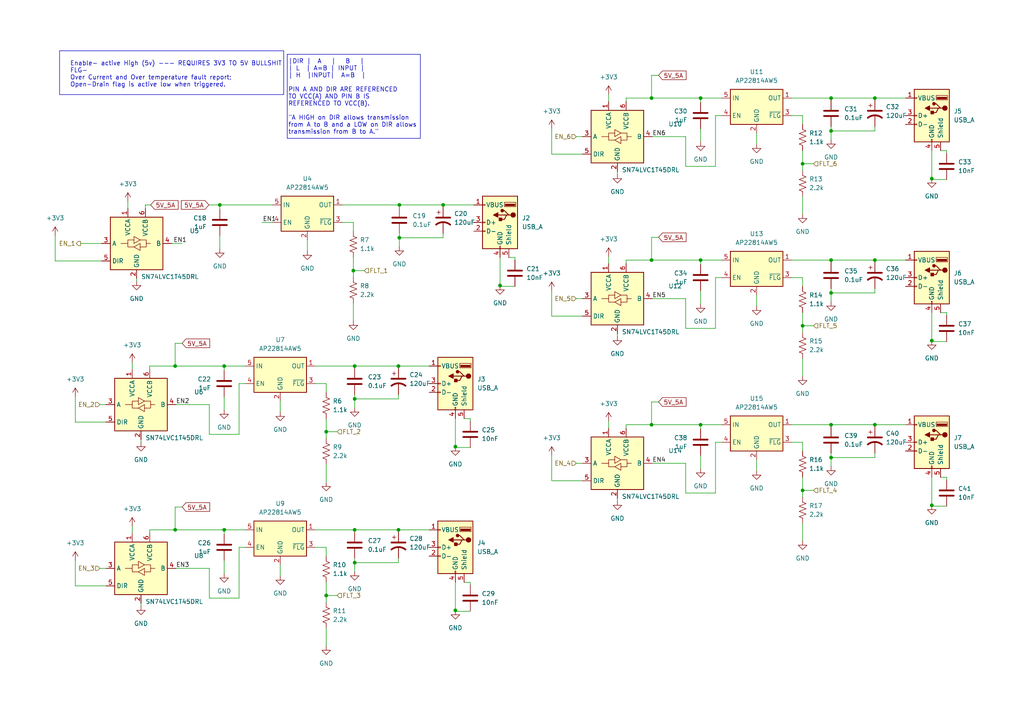
<source format=kicad_sch>
(kicad_sch (version 20230121) (generator eeschema)
  (paper "A4")
  (lib_symbols
    (symbol "Connector:USB_A" (pin_names (offset 1.016))
      (property "Reference" "J" (at -5.08 11.43 0))
      (property "Value" "USB_A" (at -5.08 8.89 0))
      (symbol "USB_A_0_1"
        (rectangle (start -5.08 -7.62) (end 5.08 7.62) (stroke (width 0.254)) (fill (type background)))
        (circle (center -3.81 2.159) (radius 0.635) (stroke (width 0.254)) (fill (type outline)))
        (rectangle (start -1.524 4.826) (end -4.318 5.334) (fill (type outline)))
        (rectangle (start -1.27 4.572) (end -4.572 5.842))
        (circle (center -0.635 3.429) (radius 0.381) (stroke (width 0.254)) (fill (type outline)))
        (rectangle (start -0.127 -7.62) (end 0.127 -6.858))
        (polyline (pts (xy -3.175 2.159) (xy -2.54 2.159) (xy -1.27 3.429) (xy -0.635 3.429)) (stroke (width 0.254)))
        (polyline (pts (xy -2.54 2.159) (xy -1.905 2.159) (xy -1.27 0.889) (xy 0 0.889)) (stroke (width 0.254)))
        (polyline (pts (xy 0.635 2.794) (xy 0.635 1.524) (xy 1.905 2.159) (xy 0.635 2.794)) (stroke (width 0.254)) (fill (type outline)))
        (rectangle (start 0.254 1.27) (end -0.508 0.508) (stroke (width 0.254)) (fill (type outline)))
        (rectangle (start 5.08 -2.667) (end 4.318 -2.413))
        (rectangle (start 5.08 -0.127) (end 4.318 0.127))
        (rectangle (start 5.08 4.953) (end 4.318 5.207))
      )
      (symbol "USB_A_1_1"
        (polyline (pts (xy -1.905 2.159) (xy 0.635 2.159)) (stroke (width 0.254)))
        (pin power_in line (at 7.62 5.08 180) (length 2.54) (name "VBUS") (number "1"))
        (pin bidirectional line (at 7.62 -2.54 180) (length 2.54) (name "D-") (number "2"))
        (pin bidirectional line (at 7.62 0 180) (length 2.54) (name "D+") (number "3"))
        (pin power_in line (at 0 -10.16 90) (length 2.54) (name "GND") (number "4"))
        (pin passive line (at -2.54 -10.16 90) (length 2.54) (name "Shield") (number "5"))
      )
    )
    (symbol "Device:C" (pin_numbers hide) (pin_names (offset 0.254))
      (property "Reference" "C" (at 0.635 2.54 0))
      (property "Value" "C" (at 0.635 -2.54 0))
      (symbol "C_0_1"
        (polyline (pts (xy -2.032 -0.762) (xy 2.032 -0.762)) (stroke (width 0.508)))
        (polyline (pts (xy -2.032 0.762) (xy 2.032 0.762)) (stroke (width 0.508)))
      )
      (symbol "C_1_1"
        (pin passive line (at 0 3.81 270) (length 2.794) (name "~") (number "1"))
        (pin passive line (at 0 -3.81 90) (length 2.794) (name "~") (number "2"))
      )
    )
    (symbol "Device:C_Polarized_US" (pin_numbers hide) (pin_names (offset 0.254) hide)
      (property "Reference" "C" (at 0.635 2.54 0))
      (property "Value" "C_Polarized_US" (at 0.635 -2.54 0))
      (symbol "C_Polarized_US_0_1"
        (polyline (pts (xy -2.032 0.762) (xy 2.032 0.762)) (stroke (width 0.508)))
        (polyline (pts (xy -1.778 2.286) (xy -0.762 2.286)))
        (polyline (pts (xy -1.27 1.778) (xy -1.27 2.794)))
        (arc (start 2.032 -1.27) (mid 0 -0.5572) (end -2.032 -1.27) (stroke (width 0.508)))
      )
      (symbol "C_Polarized_US_1_1"
        (pin passive line (at 0 3.81 270) (length 2.794) (name "~") (number "1"))
        (pin passive line (at 0 -3.81 90) (length 3.302) (name "~") (number "2"))
      )
    )
    (symbol "Device:R_US" (pin_numbers hide) (pin_names (offset 0))
      (property "Reference" "R" (at 2.54 0 90))
      (property "Value" "R_US" (at -2.54 0 90))
      (symbol "R_US_0_1"
        (polyline (pts (xy 0 -2.286) (xy 0 -2.54)))
        (polyline (pts (xy 0 2.286) (xy 0 2.54)))
        (polyline (pts (xy 0 -0.762) (xy 1.016 -1.143) (xy 0 -1.524) (xy -1.016 -1.905) (xy 0 -2.286)))
        (polyline (pts (xy 0 0.762) (xy 1.016 0.381) (xy 0 0) (xy -1.016 -0.381) (xy 0 -0.762)))
        (polyline (pts (xy 0 2.286) (xy 1.016 1.905) (xy 0 1.524) (xy -1.016 1.143) (xy 0 0.762)))
      )
      (symbol "R_US_1_1"
        (pin passive line (at 0 3.81 270) (length 1.27) (name "~") (number "1"))
        (pin passive line (at 0 -3.81 90) (length 1.27) (name "~") (number "2"))
      )
    )
    (symbol "Logic_LevelTranslator:SN74LVC1T45DRL"
      (property "Reference" "U" (at -6.35 8.89 0))
      (property "Value" "SN74LVC1T45DRL" (at 3.81 8.89 0))
      (symbol "SN74LVC1T45DRL_0_1"
        (rectangle (start -7.62 7.62) (end 7.62 -7.62) (stroke (width 0.254)) (fill (type background)))
        (polyline (pts (xy -2.54 0) (xy -2.54 1.016) (xy -0.762 1.016)))
        (polyline (pts (xy 2.794 0) (xy 2.794 -1.016) (xy 1.016 -1.016)))
        (polyline (pts (xy -0.762 -1.016) (xy -2.54 -1.016) (xy -2.54 0) (xy -4.572 0)))
        (polyline (pts (xy -0.762 0) (xy -0.762 2.032) (xy 1.016 1.016) (xy -0.762 0)))
        (polyline (pts (xy 1.016 1.016) (xy 2.794 1.016) (xy 2.794 0) (xy 4.064 0)))
        (polyline (pts (xy 1.016 0) (xy 1.016 -1.778) (xy 1.016 -2.032) (xy -0.762 -1.016) (xy 1.016 0)))
      )
      (symbol "SN74LVC1T45DRL_1_1"
        (pin power_in line (at -2.54 10.16 270) (length 2.54) (name "VCCA") (number "1"))
        (pin power_in line (at 0 -10.16 90) (length 2.54) (name "GND") (number "2"))
        (pin bidirectional line (at -10.16 0 0) (length 2.54) (name "A") (number "3"))
        (pin bidirectional line (at 10.16 0 180) (length 2.54) (name "B") (number "4"))
        (pin input line (at -10.16 -5.08 0) (length 2.54) (name "DIR") (number "5"))
        (pin power_in line (at 2.54 10.16 270) (length 2.54) (name "VCCB") (number "6"))
      )
    )
    (symbol "Power_Management:AP22814AW5"
      (property "Reference" "U" (at -7.62 -6.35 0))
      (property "Value" "AP22814AW5" (at -7.62 6.35 0))
      (symbol "AP22814AW5_0_1"
        (rectangle (start -7.62 5.08) (end 7.62 -5.08) (stroke (width 0.254)) (fill (type background)))
      )
      (symbol "AP22814AW5_1_1"
        (pin power_out line (at 10.16 2.54 180) (length 2.54) (name "OUT") (number "1"))
        (pin power_in line (at 0 -7.62 90) (length 2.54) (name "GND") (number "2"))
        (pin open_collector line (at 10.16 -2.54 180) (length 2.54) (name "~{FLG}") (number "3"))
        (pin input line (at -10.16 -2.54 0) (length 2.54) (name "EN") (number "4"))
        (pin power_in line (at -10.16 2.54 0) (length 2.54) (name "IN") (number "5"))
      )
    )
    (symbol "power:+3V3" (power) (pin_names (offset 0))
      (property "Value" "+3V3" (at 0 3.556 0))
      (symbol "+3V3_0_1"
        (polyline (pts (xy -0.762 1.27) (xy 0 2.54)))
        (polyline (pts (xy 0 0) (xy 0 2.54)))
        (polyline (pts (xy 0 2.54) (xy 0.762 1.27)))
      )
      (symbol "+3V3_1_1"
        (pin power_in line (at 0 0 90) (length 0) hide (name "+3V3") (number "1"))
      )
    )
    (symbol "power:GND" (power) (pin_names (offset 0))
      (property "Value" "GND" (at 0 -3.81 0))
      (symbol "GND_0_1"
        (polyline (pts (xy 0 0) (xy 0 -1.27) (xy 1.27 -1.27) (xy 0 -2.54) (xy -1.27 -1.27) (xy 0 -1.27)))
      )
      (symbol "GND_1_1"
        (pin power_in line (at 0 0 270) (length 0) hide (name "GND") (number "1"))
      )
    )
  )
  (junction (at 203.2 123.19))
  (junction (at 102.489 78.486))
  (junction (at 102.87 115.697))
  (junction (at 241.046 132.715))
  (junction (at 232.791 94.488))
  (junction (at 270.256 98.806))
  (junction (at 232.791 47.498))
  (junction (at 232.791 142.24))
  (junction (at 115.57 153.67))
  (junction (at 241.046 123.19))
  (junction (at 241.046 84.963))
  (junction (at 65.024 106.172))
  (junction (at 115.824 59.436))
  (junction (at 270.256 51.816))
  (junction (at 241.046 75.438))
  (junction (at 102.87 106.172))
  (junction (at 188.976 75.438))
  (junction (at 94.615 172.72))
  (junction (at 94.615 125.222))
  (junction (at 203.2 75.438))
  (junction (at 65.024 153.67))
  (junction (at 145.034 82.804))
  (junction (at 128.524 59.436))
  (junction (at 132.08 129.54))
  (junction (at 50.8 106.172))
  (junction (at 115.824 68.961))
  (junction (at 115.57 106.172))
  (junction (at 203.2 28.448))
  (junction (at 132.08 177.038))
  (junction (at 253.746 28.448))
  (junction (at 102.87 153.67))
  (junction (at 241.046 37.973))
  (junction (at 50.8 153.67))
  (junction (at 188.976 28.448))
  (junction (at 188.976 123.19))
  (junction (at 253.746 75.438))
  (junction (at 63.754 59.436))
  (junction (at 241.046 28.448))
  (junction (at 270.256 146.558))
  (junction (at 102.87 163.195))
  (junction (at 253.746 123.19))
  (wire (pts (xy 91.44 153.67) (xy 102.87 153.67)))
  (wire (pts (xy 168.91 91.694) (xy 160.02 91.694)))
  (wire (pts (xy 253.746 76.073) (xy 253.746 75.438)))
  (wire (pts (xy 115.824 59.436) (xy 115.824 60.071)))
  (wire (pts (xy 65.024 106.172) (xy 71.12 106.172)))
  (wire (pts (xy 241.046 84.963) (xy 253.746 84.963)))
  (wire (pts (xy 241.046 84.963) (xy 241.046 87.503)))
  (wire (pts (xy 229.616 75.438) (xy 241.046 75.438)))
  (wire (pts (xy 209.296 33.528) (xy 207.518 33.528)))
  (wire (pts (xy 136.398 168.91) (xy 136.398 169.672)))
  (wire (pts (xy 147.574 74.676) (xy 149.352 74.676)))
  (wire (pts (xy 274.574 52.07) (xy 270.256 52.07)))
  (wire (pts (xy 209.296 128.27) (xy 207.518 128.27)))
  (wire (pts (xy 241.046 132.715) (xy 253.746 132.715)))
  (wire (pts (xy 181.61 29.464) (xy 181.61 28.448)))
  (wire (pts (xy 207.518 48.26) (xy 198.882 48.26)))
  (wire (pts (xy 270.256 90.678) (xy 270.256 98.806)))
  (wire (pts (xy 65.024 115.062) (xy 65.024 118.872)))
  (wire (pts (xy 241.046 37.973) (xy 241.046 40.513)))
  (wire (pts (xy 241.046 37.973) (xy 253.746 37.973)))
  (wire (pts (xy 219.456 38.608) (xy 219.456 41.783)))
  (wire (pts (xy 207.518 143.002) (xy 198.882 143.002)))
  (wire (pts (xy 69.342 125.984) (xy 60.706 125.984)))
  (wire (pts (xy 272.796 138.43) (xy 274.574 138.43)))
  (wire (pts (xy 203.2 75.438) (xy 203.2 76.708)))
  (wire (pts (xy 60.706 164.846) (xy 51.054 164.846)))
  (wire (pts (xy 16.002 68.326) (xy 16.002 75.692)))
  (wire (pts (xy 91.44 111.252) (xy 94.615 111.252)))
  (wire (pts (xy 21.844 115.062) (xy 21.844 122.428)))
  (wire (pts (xy 241.046 132.715) (xy 241.046 135.255)))
  (wire (pts (xy 52.832 99.568) (xy 50.8 99.568)))
  (wire (pts (xy 181.61 76.454) (xy 181.61 75.438)))
  (wire (pts (xy 102.87 163.195) (xy 115.57 163.195)))
  (wire (pts (xy 232.791 90.678) (xy 232.791 94.488)))
  (wire (pts (xy 179.07 96.774) (xy 179.07 97.536)))
  (wire (pts (xy 102.489 78.486) (xy 102.489 80.391)))
  (wire (pts (xy 132.08 129.794) (xy 132.08 129.54)))
  (wire (pts (xy 94.615 125.222) (xy 97.79 125.222)))
  (wire (pts (xy 65.024 153.67) (xy 71.12 153.67)))
  (wire (pts (xy 241.046 36.703) (xy 241.046 37.973)))
  (wire (pts (xy 63.754 59.436) (xy 63.754 60.706)))
  (wire (pts (xy 168.91 139.446) (xy 160.02 139.446)))
  (wire (pts (xy 42.164 60.452) (xy 42.164 59.436)))
  (wire (pts (xy 115.824 67.691) (xy 115.824 68.961)))
  (wire (pts (xy 50.8 153.67) (xy 61.722 153.67)))
  (wire (pts (xy 191.008 116.586) (xy 188.976 116.586)))
  (wire (pts (xy 21.844 162.56) (xy 21.844 169.926)))
  (wire (pts (xy 71.12 111.252) (xy 69.342 111.252)))
  (wire (pts (xy 52.832 147.066) (xy 50.8 147.066)))
  (wire (pts (xy 94.615 158.75) (xy 94.615 161.29)))
  (wire (pts (xy 91.44 158.75) (xy 94.615 158.75)))
  (wire (pts (xy 160.02 37.338) (xy 160.02 44.704)))
  (wire (pts (xy 50.8 147.066) (xy 50.8 153.67)))
  (wire (pts (xy 270.256 99.06) (xy 270.256 98.806)))
  (wire (pts (xy 160.02 84.328) (xy 160.02 91.694)))
  (wire (pts (xy 30.734 122.428) (xy 21.844 122.428)))
  (wire (pts (xy 102.489 64.516) (xy 102.489 67.056)))
  (wire (pts (xy 203.2 132.08) (xy 203.2 135.89)))
  (wire (pts (xy 181.61 75.438) (xy 188.976 75.438)))
  (wire (pts (xy 29.464 75.692) (xy 16.002 75.692)))
  (wire (pts (xy 232.791 104.013) (xy 232.791 109.093)))
  (wire (pts (xy 94.615 121.412) (xy 94.615 125.222)))
  (wire (pts (xy 272.796 90.678) (xy 274.574 90.678)))
  (wire (pts (xy 65.024 153.67) (xy 65.024 154.94)))
  (wire (pts (xy 69.342 173.482) (xy 60.706 173.482)))
  (wire (pts (xy 272.796 43.688) (xy 274.574 43.688)))
  (wire (pts (xy 270.256 52.07) (xy 270.256 51.816)))
  (wire (pts (xy 94.615 134.747) (xy 94.615 139.827)))
  (wire (pts (xy 60.706 117.348) (xy 51.054 117.348)))
  (wire (pts (xy 229.616 33.528) (xy 232.791 33.528)))
  (wire (pts (xy 181.61 124.206) (xy 181.61 123.19)))
  (wire (pts (xy 270.256 138.43) (xy 270.256 146.558)))
  (wire (pts (xy 188.976 123.19) (xy 199.898 123.19)))
  (wire (pts (xy 167.132 39.624) (xy 168.91 39.624)))
  (wire (pts (xy 60.706 125.984) (xy 60.706 117.348)))
  (wire (pts (xy 60.579 59.436) (xy 63.754 59.436)))
  (wire (pts (xy 75.946 64.516) (xy 78.994 64.516)))
  (wire (pts (xy 102.87 153.67) (xy 102.87 154.305)))
  (wire (pts (xy 136.398 129.794) (xy 132.08 129.794)))
  (wire (pts (xy 203.2 37.338) (xy 203.2 41.148)))
  (wire (pts (xy 99.314 59.436) (xy 115.824 59.436)))
  (wire (pts (xy 43.434 107.188) (xy 43.434 106.172)))
  (wire (pts (xy 99.314 64.516) (xy 102.489 64.516)))
  (wire (pts (xy 232.791 33.528) (xy 232.791 36.068)))
  (wire (pts (xy 69.342 111.252) (xy 69.342 125.984)))
  (wire (pts (xy 43.434 153.67) (xy 50.8 153.67)))
  (wire (pts (xy 71.12 158.75) (xy 69.342 158.75)))
  (wire (pts (xy 188.976 68.834) (xy 188.976 75.438)))
  (wire (pts (xy 241.046 123.19) (xy 241.046 123.825)))
  (wire (pts (xy 191.008 68.834) (xy 188.976 68.834)))
  (wire (pts (xy 39.624 80.772) (xy 39.624 81.534)))
  (wire (pts (xy 270.256 43.688) (xy 270.256 51.816)))
  (wire (pts (xy 23.368 70.612) (xy 29.464 70.612)))
  (wire (pts (xy 134.62 121.412) (xy 136.398 121.412)))
  (wire (pts (xy 102.87 161.925) (xy 102.87 163.195)))
  (wire (pts (xy 102.489 78.486) (xy 105.664 78.486)))
  (wire (pts (xy 229.616 80.518) (xy 232.791 80.518)))
  (wire (pts (xy 94.615 172.72) (xy 94.615 174.625)))
  (wire (pts (xy 232.791 142.24) (xy 235.966 142.24)))
  (wire (pts (xy 81.28 163.83) (xy 81.28 167.005)))
  (wire (pts (xy 241.046 123.19) (xy 253.746 123.19)))
  (wire (pts (xy 203.2 123.19) (xy 209.296 123.19)))
  (wire (pts (xy 253.746 83.693) (xy 253.746 84.963)))
  (wire (pts (xy 89.154 69.596) (xy 89.154 72.771)))
  (wire (pts (xy 200.025 28.448) (xy 203.2 28.448)))
  (wire (pts (xy 188.976 21.844) (xy 188.976 28.448)))
  (wire (pts (xy 232.791 94.488) (xy 235.966 94.488)))
  (wire (pts (xy 232.791 142.24) (xy 232.791 144.145)))
  (wire (pts (xy 207.518 95.25) (xy 198.882 95.25)))
  (wire (pts (xy 94.615 125.222) (xy 94.615 127.127)))
  (wire (pts (xy 253.746 28.448) (xy 262.636 28.448)))
  (wire (pts (xy 274.574 43.688) (xy 274.574 44.45)))
  (wire (pts (xy 102.87 106.172) (xy 115.57 106.172)))
  (wire (pts (xy 136.398 121.412) (xy 136.398 122.174)))
  (wire (pts (xy 188.976 75.438) (xy 199.898 75.438)))
  (wire (pts (xy 42.164 59.436) (xy 43.688 59.436)))
  (wire (pts (xy 274.574 146.812) (xy 270.256 146.812)))
  (wire (pts (xy 49.784 70.612) (xy 52.832 70.612)))
  (wire (pts (xy 241.046 83.693) (xy 241.046 84.963)))
  (wire (pts (xy 65.024 106.172) (xy 65.024 107.442)))
  (wire (pts (xy 102.489 88.011) (xy 102.489 93.091)))
  (wire (pts (xy 94.615 168.91) (xy 94.615 172.72)))
  (wire (pts (xy 115.57 154.305) (xy 115.57 153.67)))
  (wire (pts (xy 38.354 152.654) (xy 38.354 154.686)))
  (wire (pts (xy 102.87 114.427) (xy 102.87 115.697)))
  (wire (pts (xy 102.87 163.195) (xy 102.87 165.735)))
  (wire (pts (xy 203.2 75.438) (xy 209.296 75.438)))
  (wire (pts (xy 167.132 134.366) (xy 168.91 134.366)))
  (wire (pts (xy 191.008 21.844) (xy 188.976 21.844)))
  (wire (pts (xy 37.084 58.42) (xy 37.084 60.452)))
  (wire (pts (xy 132.08 121.412) (xy 132.08 129.54)))
  (wire (pts (xy 241.046 75.438) (xy 253.746 75.438)))
  (wire (pts (xy 38.354 105.156) (xy 38.354 107.188)))
  (wire (pts (xy 181.61 123.19) (xy 188.976 123.19)))
  (wire (pts (xy 232.791 151.765) (xy 232.791 156.845)))
  (wire (pts (xy 50.8 106.172) (xy 61.722 106.172)))
  (wire (pts (xy 176.53 74.422) (xy 176.53 76.454)))
  (wire (pts (xy 200.025 75.438) (xy 203.2 75.438)))
  (wire (pts (xy 115.57 161.925) (xy 115.57 163.195)))
  (wire (pts (xy 232.791 94.488) (xy 232.791 96.393)))
  (wire (pts (xy 232.791 57.023) (xy 232.791 62.103)))
  (wire (pts (xy 203.2 28.448) (xy 203.2 29.718)))
  (wire (pts (xy 136.398 177.292) (xy 132.08 177.292)))
  (wire (pts (xy 198.882 143.002) (xy 198.882 134.366)))
  (wire (pts (xy 203.2 28.448) (xy 209.296 28.448)))
  (wire (pts (xy 270.256 146.812) (xy 270.256 146.558)))
  (wire (pts (xy 115.57 153.67) (xy 124.46 153.67)))
  (wire (pts (xy 102.87 106.172) (xy 102.87 106.807)))
  (wire (pts (xy 63.754 59.436) (xy 78.994 59.436)))
  (wire (pts (xy 28.956 164.846) (xy 30.734 164.846)))
  (wire (pts (xy 179.07 144.526) (xy 179.07 145.288)))
  (wire (pts (xy 207.518 80.518) (xy 207.518 95.25)))
  (wire (pts (xy 115.57 114.427) (xy 115.57 115.697)))
  (wire (pts (xy 241.046 131.445) (xy 241.046 132.715)))
  (wire (pts (xy 61.849 153.67) (xy 65.024 153.67)))
  (wire (pts (xy 229.616 28.448) (xy 241.046 28.448)))
  (wire (pts (xy 200.025 123.19) (xy 203.2 123.19)))
  (wire (pts (xy 209.296 80.518) (xy 207.518 80.518)))
  (wire (pts (xy 94.615 172.72) (xy 97.79 172.72)))
  (wire (pts (xy 43.434 154.686) (xy 43.434 153.67)))
  (wire (pts (xy 253.746 123.19) (xy 262.636 123.19)))
  (wire (pts (xy 232.791 43.688) (xy 232.791 47.498)))
  (wire (pts (xy 102.87 115.697) (xy 102.87 118.237)))
  (wire (pts (xy 188.976 28.448) (xy 199.898 28.448)))
  (wire (pts (xy 198.882 86.614) (xy 189.23 86.614)))
  (wire (pts (xy 30.734 169.926) (xy 21.844 169.926)))
  (wire (pts (xy 229.616 123.19) (xy 241.046 123.19)))
  (wire (pts (xy 232.791 80.518) (xy 232.791 83.058)))
  (wire (pts (xy 94.615 111.252) (xy 94.615 113.792)))
  (wire (pts (xy 128.524 59.436) (xy 137.414 59.436)))
  (wire (pts (xy 115.57 106.172) (xy 124.46 106.172)))
  (wire (pts (xy 241.046 75.438) (xy 241.046 76.073)))
  (wire (pts (xy 145.034 74.676) (xy 145.034 82.804)))
  (wire (pts (xy 115.824 59.436) (xy 128.524 59.436)))
  (wire (pts (xy 168.91 44.704) (xy 160.02 44.704)))
  (wire (pts (xy 65.024 162.56) (xy 65.024 166.37)))
  (wire (pts (xy 274.574 138.43) (xy 274.574 139.192)))
  (wire (pts (xy 128.524 67.691) (xy 128.524 68.961)))
  (wire (pts (xy 232.791 47.498) (xy 235.966 47.498)))
  (wire (pts (xy 81.28 116.332) (xy 81.28 119.507)))
  (wire (pts (xy 253.746 36.703) (xy 253.746 37.973)))
  (wire (pts (xy 253.746 123.825) (xy 253.746 123.19)))
  (wire (pts (xy 253.746 131.445) (xy 253.746 132.715)))
  (wire (pts (xy 232.791 128.27) (xy 232.791 130.81)))
  (wire (pts (xy 134.62 168.91) (xy 136.398 168.91)))
  (wire (pts (xy 160.02 132.08) (xy 160.02 139.446)))
  (wire (pts (xy 132.08 168.91) (xy 132.08 177.038)))
  (wire (pts (xy 132.08 177.292) (xy 132.08 177.038)))
  (wire (pts (xy 128.524 60.071) (xy 128.524 59.436)))
  (wire (pts (xy 102.87 115.697) (xy 115.57 115.697)))
  (wire (pts (xy 115.57 106.807) (xy 115.57 106.172)))
  (wire (pts (xy 253.746 75.438) (xy 262.636 75.438)))
  (wire (pts (xy 149.352 83.058) (xy 145.034 83.058)))
  (wire (pts (xy 181.61 28.448) (xy 188.976 28.448)))
  (wire (pts (xy 253.746 29.083) (xy 253.746 28.448)))
  (wire (pts (xy 50.8 99.568) (xy 50.8 106.172)))
  (wire (pts (xy 40.894 127.508) (xy 40.894 128.27)))
  (wire (pts (xy 149.352 74.676) (xy 149.352 75.438)))
  (wire (pts (xy 232.791 138.43) (xy 232.791 142.24)))
  (wire (pts (xy 241.046 28.448) (xy 241.046 29.083)))
  (wire (pts (xy 102.489 74.676) (xy 102.489 78.486)))
  (wire (pts (xy 232.791 47.498) (xy 232.791 49.403)))
  (wire (pts (xy 198.882 95.25) (xy 198.882 86.614)))
  (wire (pts (xy 167.132 86.614) (xy 168.91 86.614)))
  (wire (pts (xy 198.882 48.26) (xy 198.882 39.624)))
  (wire (pts (xy 115.824 68.961) (xy 115.824 71.501)))
  (wire (pts (xy 63.754 68.326) (xy 63.754 72.136)))
  (wire (pts (xy 229.616 128.27) (xy 232.791 128.27)))
  (wire (pts (xy 60.706 173.482) (xy 60.706 164.846)))
  (wire (pts (xy 207.518 33.528) (xy 207.518 48.26)))
  (wire (pts (xy 274.574 99.06) (xy 270.256 99.06)))
  (wire (pts (xy 94.615 182.245) (xy 94.615 187.325)))
  (wire (pts (xy 274.574 90.678) (xy 274.574 91.44)))
  (wire (pts (xy 102.87 153.67) (xy 115.57 153.67)))
  (wire (pts (xy 91.44 106.172) (xy 102.87 106.172)))
  (wire (pts (xy 61.849 106.172) (xy 65.024 106.172)))
  (wire (pts (xy 28.956 117.348) (xy 30.734 117.348)))
  (wire (pts (xy 219.456 133.35) (xy 219.456 136.525)))
  (wire (pts (xy 203.2 84.328) (xy 203.2 88.138)))
  (wire (pts (xy 188.976 116.586) (xy 188.976 123.19)))
  (wire (pts (xy 198.882 134.366) (xy 189.23 134.366)))
  (wire (pts (xy 43.434 106.172) (xy 50.8 106.172)))
  (wire (pts (xy 219.456 85.598) (xy 219.456 88.773)))
  (wire (pts (xy 207.518 128.27) (xy 207.518 143.002)))
  (wire (pts (xy 241.046 28.448) (xy 253.746 28.448)))
  (wire (pts (xy 145.034 83.058) (xy 145.034 82.804)))
  (wire (pts (xy 176.53 27.432) (xy 176.53 29.464)))
  (wire (pts (xy 115.824 68.961) (xy 128.524 68.961)))
  (wire (pts (xy 176.53 122.174) (xy 176.53 124.206)))
  (wire (pts (xy 40.894 175.006) (xy 40.894 175.768)))
  (wire (pts (xy 179.07 49.784) (xy 179.07 50.546)))
  (wire (pts (xy 203.2 123.19) (xy 203.2 124.46)))
  (wire (pts (xy 69.342 158.75) (xy 69.342 173.482)))
  (wire (pts (xy 198.882 39.624) (xy 189.23 39.624)))
  (rectangle (start 83.312 15.748) (end 121.92 40.132))
  (rectangle (start 17.272 14.732) (end 82.296 27.432))
  (text "|DIR |  A   |   B   |\n| L  | A=B | INPUT |\n| H  |INPUT|  A=B  |\n\nPIN A AND DIR ARE REFERENCED\nTO VCC(A) AND PIN B IS \nREFERENCED TO VCC(B).\n\n\"A HIGH on DIR allows transmission\nfrom A to B and a LOW on DIR allows \ntransmission from B to A.\"" (at 83.566 39.116 0) (effects (font (size 1.27 1.27)) (justify left bottom)))
  (text "Enable- active High (5v) --- REQUIRES 3V3 TO 5V BULLSHIT\nFLG- \nOver Current and Over temperature fault report;\nOpen-Drain flag is active low when triggered." (at 20.32 25.4 0) (effects (font (size 1.27 1.27)) (justify left bottom)))
  (label "EN2" (at 51.054 117.348 0))
  (label "EN1" (at 76.2 64.516 0))
  (label "EN3" (at 51.054 164.846 0))
  (label "EN1" (at 50.292 70.612 0))
  (label "EN5" (at 189.23 86.614 0))
  (label "EN4" (at 189.23 134.366 0))
  (label "EN6" (at 189.23 39.624 0))
  (global_label "5V_5A" (shape input) (at 60.579 59.436 180) (property "Intersheetrefs" "${INTERSHEET_REFS}" (effects hide)))
  (global_label "5V_5A" (shape input) (at 43.688 59.436 0) (property "Intersheetrefs" "${INTERSHEET_REFS}" (effects hide)))
  (global_label "5V_5A" (shape input) (at 52.832 99.568 0) (property "Intersheetrefs" "${INTERSHEET_REFS}" (effects hide)))
  (global_label "5V_5A" (shape input) (at 191.008 21.844 0) (property "Intersheetrefs" "${INTERSHEET_REFS}" (effects hide)))
  (global_label "5V_5A" (shape input) (at 52.832 147.066 0) (property "Intersheetrefs" "${INTERSHEET_REFS}" (effects hide)))
  (global_label "5V_5A" (shape input) (at 191.008 68.834 0) (property "Intersheetrefs" "${INTERSHEET_REFS}" (effects hide)))
  (global_label "5V_5A" (shape input) (at 191.008 116.586 0) (property "Intersheetrefs" "${INTERSHEET_REFS}" (effects hide)))
  (hierarchical_label "FLT_6" (shape input) (at 235.966 47.498 0))
  (hierarchical_label "EN_5" (shape input) (at 167.132 86.614 180))
  (hierarchical_label "FLT_5" (shape input) (at 235.966 94.488 0))
  (hierarchical_label "FLT_3" (shape input) (at 97.79 172.72 0))
  (hierarchical_label "FLT_4" (shape input) (at 235.966 142.24 0))
  (hierarchical_label "EN_2" (shape input) (at 28.956 117.348 180))
  (hierarchical_label "FLT_1" (shape input) (at 105.664 78.486 0))
  (hierarchical_label "EN_4" (shape input) (at 167.132 134.366 180))
  (hierarchical_label "EN_1" (shape output) (at 23.368 70.612 180))
  (hierarchical_label "EN_3" (shape input) (at 28.956 164.846 180))
  (hierarchical_label "FLT_2" (shape input) (at 97.79 125.222 0))
  (hierarchical_label "EN_6" (shape input) (at 167.132 39.624 180))
  (symbol (lib_id "Logic_LevelTranslator:SN74LVC1T45DRL") (at 179.07 39.624 0) (unit 1)
    (property "Reference" "U10" (at 195.834 35.9761 0))
    (property "Value" "SN74LVC1T45DRL" (at 188.722 49.276 0))
    (property "Footprint" "Package_TO_SOT_SMD:SOT-563" (effects hide))
    (property "Datasheet" "http://www.ti.com/lit/ds/symlink/sn74lvc1t45.pdf" (effects hide))
  )
  (symbol (lib_id "Device:C") (at 102.87 158.115 0) (unit 1)
    (property "Reference" "C27" (at 106.68 156.845 0) (effects (justify left)))
    (property "Value" "0.1uF" (at 106.68 159.385 0) (effects (justify left)))
    (property "Footprint" "Capacitor_SMD:C_0603_1608Metric" (effects hide))
  )
  (symbol (lib_id "Device:C_Polarized_US") (at 253.746 79.883 0) (unit 1)
    (property "Reference" "C36" (at 256.921 77.978 0) (effects (justify left)))
    (property "Value" "120uF" (at 256.921 80.518 0) (effects (justify left)))
    (property "Footprint" "Capacitor_SMD:CP_Elec_5x5.9" (effects hide))
    (property "Datasheet" "https://api.pim.na.industrial.panasonic.com/file_stream/main/fileversion/3101" (effects hide))
    (property "PN" "EEE-FK1A121SR" (effects hide))
  )
  (symbol (lib_id "Logic_LevelTranslator:SN74LVC1T45DRL") (at 40.894 117.348 0) (unit 1)
    (property "Reference" "U6" (at 57.658 113.7001 0))
    (property "Value" "SN74LVC1T45DRL" (at 50.546 127 0))
    (property "Footprint" "Package_TO_SOT_SMD:SOT-563" (effects hide))
    (property "Datasheet" "http://www.ti.com/lit/ds/symlink/sn74lvc1t45.pdf" (effects hide))
  )
  (symbol (lib_id "power:GND") (at 102.87 118.237 0) (unit 1)
    (property "Reference" "#PWR029" (effects hide))
    (property "Value" "GND" (at 102.87 123.317 0))
  )
  (symbol (lib_id "power:GND") (at 94.615 187.325 0) (unit 1)
    (property "Reference" "#PWR036" (effects hide))
    (property "Value" "GND" (at 94.615 192.405 0))
  )
  (symbol (lib_id "Device:C_Polarized_US") (at 253.746 32.893 0) (unit 1)
    (property "Reference" "C32" (at 256.921 30.988 0) (effects (justify left)))
    (property "Value" "120uF" (at 256.921 33.528 0) (effects (justify left)))
    (property "Footprint" "Capacitor_SMD:CP_Elec_5x5.9" (effects hide))
    (property "Datasheet" "https://api.pim.na.industrial.panasonic.com/file_stream/main/fileversion/3101" (effects hide))
    (property "PN" "EEE-FK1A121SR" (effects hide))
  )
  (symbol (lib_id "power:GND") (at 270.256 146.558 0) (unit 1)
    (property "Reference" "#PWR062" (effects hide))
    (property "Value" "GND" (at 270.256 151.638 0))
  )
  (symbol (lib_id "power:+3V3") (at 160.02 132.08 0) (unit 1)
    (property "Reference" "#PWR055" (effects hide))
    (property "Value" "+3V3" (at 160.02 127 0))
  )
  (symbol (lib_id "Logic_LevelTranslator:SN74LVC1T45DRL") (at 179.07 134.366 0) (unit 1)
    (property "Reference" "U14" (at 195.834 130.7181 0))
    (property "Value" "SN74LVC1T45DRL" (at 188.722 144.018 0))
    (property "Footprint" "Package_TO_SOT_SMD:SOT-563" (effects hide))
    (property "Datasheet" "http://www.ti.com/lit/ds/symlink/sn74lvc1t45.pdf" (effects hide))
  )
  (symbol (lib_id "power:GND") (at 102.87 165.735 0) (unit 1)
    (property "Reference" "#PWR037" (effects hide))
    (property "Value" "GND" (at 102.87 170.815 0))
  )
  (symbol (lib_id "Connector:USB_A") (at 270.256 33.528 0) (mirror y) (unit 1)
    (property "Reference" "J5" (at 276.606 32.258 0) (effects (justify right)))
    (property "Value" "USB_A" (at 276.606 34.798 0) (effects (justify right)))
    (property "Footprint" "Connector_USB:USB_A_Molex_67643_Horizontal" (effects hide))
    (property "Datasheet" " ~" (effects hide))
  )
  (symbol (lib_id "Connector:USB_A") (at 132.08 158.75 0) (mirror y) (unit 1)
    (property "Reference" "J4" (at 138.43 157.48 0) (effects (justify right)))
    (property "Value" "USB_A" (at 138.43 160.02 0) (effects (justify right)))
    (property "Footprint" "Connector_USB:USB_A_Molex_67643_Horizontal" (effects hide))
    (property "Datasheet" " ~" (effects hide))
  )
  (symbol (lib_id "Device:C_Polarized_US") (at 253.746 127.635 0) (unit 1)
    (property "Reference" "C40" (at 256.921 125.73 0) (effects (justify left)))
    (property "Value" "120uF" (at 256.921 128.27 0) (effects (justify left)))
    (property "Footprint" "Capacitor_SMD:CP_Elec_5x5.9" (effects hide))
    (property "Datasheet" "https://api.pim.na.industrial.panasonic.com/file_stream/main/fileversion/3101" (effects hide))
    (property "PN" "EEE-FK1A121SR" (effects hide))
  )
  (symbol (lib_id "power:GND") (at 203.2 41.148 0) (unit 1)
    (property "Reference" "#PWR042" (effects hide))
    (property "Value" "GND" (at 203.2 46.228 0))
  )
  (symbol (lib_id "Device:C") (at 203.2 33.528 0) (mirror y) (unit 1)
    (property "Reference" "C30" (at 199.39 32.258 0) (effects (justify left)))
    (property "Value" "1uF" (at 199.39 34.798 0) (effects (justify left)))
    (property "Footprint" "Capacitor_SMD:C_0603_1608Metric" (effects hide))
  )
  (symbol (lib_id "Device:R_US") (at 232.791 39.878 0) (unit 1)
    (property "Reference" "R12" (at 234.696 38.608 0) (effects (justify left)))
    (property "Value" "1.1k" (at 234.696 41.148 0) (effects (justify left)))
    (property "Footprint" "Resistor_SMD:R_0603_1608Metric" (effects hide))
  )
  (symbol (lib_id "power:+3V3") (at 37.084 58.42 0) (unit 1)
    (property "Reference" "#PWR019" (effects hide))
    (property "Value" "+3V3" (at 37.084 53.34 0))
  )
  (symbol (lib_id "Device:C") (at 241.046 79.883 0) (unit 1)
    (property "Reference" "C35" (at 244.856 78.613 0) (effects (justify left)))
    (property "Value" "0.1uF" (at 244.856 81.153 0) (effects (justify left)))
    (property "Footprint" "Capacitor_SMD:C_0603_1608Metric" (effects hide))
  )
  (symbol (lib_id "Device:C") (at 65.024 158.75 0) (mirror y) (unit 1)
    (property "Reference" "C26" (at 61.214 157.48 0) (effects (justify left)))
    (property "Value" "1uF" (at 61.214 160.02 0) (effects (justify left)))
    (property "Footprint" "Capacitor_SMD:C_0603_1608Metric" (effects hide))
  )
  (symbol (lib_id "power:GND") (at 232.791 62.103 0) (unit 1)
    (property "Reference" "#PWR044" (effects hide))
    (property "Value" "GND" (at 232.791 67.183 0))
  )
  (symbol (lib_id "Power_Management:AP22814AW5") (at 89.154 61.976 0) (unit 1)
    (property "Reference" "U4" (at 89.154 51.816 0))
    (property "Value" "AP22814AW5" (at 89.154 54.356 0))
    (property "Footprint" "Package_TO_SOT_SMD:SOT-23-5" (effects hide))
    (property "Datasheet" "https://www.diodes.com/assets/Datasheets/AP22804_14.pdf" (effects hide))
  )
  (symbol (lib_id "Power_Management:AP22814AW5") (at 219.456 30.988 0) (unit 1)
    (property "Reference" "U11" (at 219.456 20.828 0))
    (property "Value" "AP22814AW5" (at 219.456 23.368 0))
    (property "Footprint" "Package_TO_SOT_SMD:SOT-23-5" (effects hide))
    (property "Datasheet" "https://www.diodes.com/assets/Datasheets/AP22804_14.pdf" (effects hide))
  )
  (symbol (lib_id "power:GND") (at 241.046 87.503 0) (unit 1)
    (property "Reference" "#PWR053" (effects hide))
    (property "Value" "GND" (at 241.046 92.583 0))
  )
  (symbol (lib_id "power:GND") (at 39.624 81.534 0) (unit 1)
    (property "Reference" "#PWR020" (effects hide))
    (property "Value" "GND" (at 39.624 86.614 0))
  )
  (symbol (lib_id "Device:C") (at 136.398 125.984 0) (unit 1)
    (property "Reference" "C25" (at 139.7 124.714 0) (effects (justify left)))
    (property "Value" "10nF" (at 139.7 127.254 0) (effects (justify left)))
    (property "Footprint" "Capacitor_SMD:C_0603_1608Metric" (effects hide))
  )
  (symbol (lib_id "Device:R_US") (at 232.791 134.62 0) (unit 1)
    (property "Reference" "R16" (at 234.696 133.35 0) (effects (justify left)))
    (property "Value" "1.1k" (at 234.696 135.89 0) (effects (justify left)))
    (property "Footprint" "Resistor_SMD:R_0603_1608Metric" (effects hide))
  )
  (symbol (lib_id "Connector:USB_A") (at 145.034 64.516 0) (mirror y) (unit 1)
    (property "Reference" "J2" (at 151.384 63.246 0) (effects (justify right)))
    (property "Value" "USB_A" (at 151.384 65.786 0) (effects (justify right)))
    (property "Footprint" "Connector_USB:USB_A_Molex_67643_Horizontal" (effects hide))
    (property "Datasheet" " ~" (effects hide))
  )
  (symbol (lib_id "Device:C") (at 274.574 95.25 0) (unit 1)
    (property "Reference" "C37" (at 277.876 93.98 0) (effects (justify left)))
    (property "Value" "10nF" (at 277.876 96.52 0) (effects (justify left)))
    (property "Footprint" "Capacitor_SMD:C_0603_1608Metric" (effects hide))
  )
  (symbol (lib_id "Power_Management:AP22814AW5") (at 219.456 125.73 0) (unit 1)
    (property "Reference" "U15" (at 219.456 115.57 0))
    (property "Value" "AP22814AW5" (at 219.456 118.11 0))
    (property "Footprint" "Package_TO_SOT_SMD:SOT-23-5" (effects hide))
    (property "Datasheet" "https://www.diodes.com/assets/Datasheets/AP22804_14.pdf" (effects hide))
  )
  (symbol (lib_id "Device:R_US") (at 102.489 70.866 0) (unit 1)
    (property "Reference" "R7" (at 104.394 69.596 0) (effects (justify left)))
    (property "Value" "1.1k" (at 104.394 72.136 0) (effects (justify left)))
    (property "Footprint" "Resistor_SMD:R_0603_1608Metric" (effects hide))
  )
  (symbol (lib_id "Connector:USB_A") (at 270.256 80.518 0) (mirror y) (unit 1)
    (property "Reference" "J6" (at 276.606 79.248 0) (effects (justify right)))
    (property "Value" "USB_A" (at 276.606 81.788 0) (effects (justify right)))
    (property "Footprint" "Connector_USB:USB_A_Molex_67643_Horizontal" (effects hide))
    (property "Datasheet" " ~" (effects hide))
  )
  (symbol (lib_id "Device:R_US") (at 102.489 84.201 0) (unit 1)
    (property "Reference" "R8" (at 104.394 82.931 0) (effects (justify left)))
    (property "Value" "2.2k" (at 104.394 85.471 0) (effects (justify left)))
    (property "Footprint" "Resistor_SMD:R_0603_1608Metric" (effects hide))
  )
  (symbol (lib_id "power:GND") (at 40.894 128.27 0) (unit 1)
    (property "Reference" "#PWR025" (effects hide))
    (property "Value" "GND" (at 40.894 133.35 0))
  )
  (symbol (lib_id "power:+3V3") (at 21.844 115.062 0) (unit 1)
    (property "Reference" "#PWR023" (effects hide))
    (property "Value" "+3V3" (at 21.844 109.982 0))
  )
  (symbol (lib_id "power:GND") (at 232.791 156.845 0) (unit 1)
    (property "Reference" "#PWR060" (effects hide))
    (property "Value" "GND" (at 232.791 161.925 0))
  )
  (symbol (lib_id "power:GND") (at 203.2 135.89 0) (unit 1)
    (property "Reference" "#PWR058" (effects hide))
    (property "Value" "GND" (at 203.2 140.97 0))
  )
  (symbol (lib_id "Device:R_US") (at 94.615 130.937 0) (unit 1)
    (property "Reference" "R9" (at 96.52 129.667 0) (effects (justify left)))
    (property "Value" "2.2k" (at 96.52 132.207 0) (effects (justify left)))
    (property "Footprint" "Resistor_SMD:R_0603_1608Metric" (effects hide))
  )
  (symbol (lib_id "power:GND") (at 145.034 82.804 0) (unit 1)
    (property "Reference" "#PWR021" (effects hide))
    (property "Value" "GND" (at 145.034 87.884 0))
  )
  (symbol (lib_id "Connector:USB_A") (at 132.08 111.252 0) (mirror y) (unit 1)
    (property "Reference" "J3" (at 138.43 109.982 0) (effects (justify right)))
    (property "Value" "USB_A" (at 138.43 112.522 0) (effects (justify right)))
    (property "Footprint" "Connector_USB:USB_A_Molex_67643_Horizontal" (effects hide))
    (property "Datasheet" " ~" (effects hide))
  )
  (symbol (lib_id "Device:R_US") (at 94.615 165.1 0) (unit 1)
    (property "Reference" "R10" (at 96.52 163.83 0) (effects (justify left)))
    (property "Value" "1.1k" (at 96.52 166.37 0) (effects (justify left)))
    (property "Footprint" "Resistor_SMD:R_0603_1608Metric" (effects hide))
  )
  (symbol (lib_id "Power_Management:AP22814AW5") (at 81.28 108.712 0) (unit 1)
    (property "Reference" "U7" (at 81.28 98.552 0))
    (property "Value" "AP22814AW5" (at 81.28 101.092 0))
    (property "Footprint" "Package_TO_SOT_SMD:SOT-23-5" (effects hide))
    (property "Datasheet" "https://www.diodes.com/assets/Datasheets/AP22804_14.pdf" (effects hide))
  )
  (symbol (lib_id "power:GND") (at 40.894 175.768 0) (unit 1)
    (property "Reference" "#PWR033" (effects hide))
    (property "Value" "GND" (at 40.894 180.848 0))
  )
  (symbol (lib_id "power:GND") (at 179.07 145.288 0) (unit 1)
    (property "Reference" "#PWR057" (effects hide))
    (property "Value" "GND" (at 179.07 150.368 0))
  )
  (symbol (lib_id "Device:C") (at 274.574 48.26 0) (unit 1)
    (property "Reference" "C33" (at 277.876 46.99 0) (effects (justify left)))
    (property "Value" "10nF" (at 277.876 49.53 0) (effects (justify left)))
    (property "Footprint" "Capacitor_SMD:C_0603_1608Metric" (effects hide))
  )
  (symbol (lib_id "power:GND") (at 270.256 51.816 0) (unit 1)
    (property "Reference" "#PWR046" (effects hide))
    (property "Value" "GND" (at 270.256 56.896 0))
  )
  (symbol (lib_id "power:+3V3") (at 38.354 105.156 0) (unit 1)
    (property "Reference" "#PWR024" (effects hide))
    (property "Value" "+3V3" (at 38.354 100.076 0))
  )
  (symbol (lib_id "Device:C") (at 274.574 143.002 0) (unit 1)
    (property "Reference" "C41" (at 277.876 141.732 0) (effects (justify left)))
    (property "Value" "10nF" (at 277.876 144.272 0) (effects (justify left)))
    (property "Footprint" "Capacitor_SMD:C_0603_1608Metric" (effects hide))
  )
  (symbol (lib_id "power:GND") (at 102.489 93.091 0) (unit 1)
    (property "Reference" "#PWR018" (effects hide))
    (property "Value" "GND" (at 102.489 98.171 0))
  )
  (symbol (lib_id "Device:C") (at 241.046 32.893 0) (unit 1)
    (property "Reference" "C31" (at 244.856 31.623 0) (effects (justify left)))
    (property "Value" "0.1uF" (at 244.856 34.163 0) (effects (justify left)))
    (property "Footprint" "Capacitor_SMD:C_0603_1608Metric" (effects hide))
  )
  (symbol (lib_id "Logic_LevelTranslator:SN74LVC1T45DRL") (at 40.894 164.846 0) (unit 1)
    (property "Reference" "U8" (at 57.658 161.1981 0))
    (property "Value" "SN74LVC1T45DRL" (at 50.546 174.498 0))
    (property "Footprint" "Package_TO_SOT_SMD:SOT-563" (effects hide))
    (property "Datasheet" "http://www.ti.com/lit/ds/symlink/sn74lvc1t45.pdf" (effects hide))
  )
  (symbol (lib_id "Device:C_Polarized_US") (at 128.524 63.881 0) (unit 1)
    (property "Reference" "C20" (at 131.699 61.976 0) (effects (justify left)))
    (property "Value" "120uF" (at 131.699 64.516 0) (effects (justify left)))
    (property "Footprint" "Capacitor_SMD:CP_Elec_5x5.9" (effects hide))
    (property "Datasheet" "https://api.pim.na.industrial.panasonic.com/file_stream/main/fileversion/3101" (effects hide))
    (property "PN" "EEE-FK1A121SR" (effects hide))
  )
  (symbol (lib_id "power:GND") (at 179.07 97.536 0) (unit 1)
    (property "Reference" "#PWR049" (effects hide))
    (property "Value" "GND" (at 179.07 102.616 0))
  )
  (symbol (lib_id "power:GND") (at 232.791 109.093 0) (unit 1)
    (property "Reference" "#PWR052" (effects hide))
    (property "Value" "GND" (at 232.791 114.173 0))
  )
  (symbol (lib_id "Device:R_US") (at 232.791 100.203 0) (unit 1)
    (property "Reference" "R15" (at 234.696 98.933 0) (effects (justify left)))
    (property "Value" "2.2k" (at 234.696 101.473 0) (effects (justify left)))
    (property "Footprint" "Resistor_SMD:R_0603_1608Metric" (effects hide))
  )
  (symbol (lib_id "Power_Management:AP22814AW5") (at 81.28 156.21 0) (unit 1)
    (property "Reference" "U9" (at 81.28 146.05 0))
    (property "Value" "AP22814AW5" (at 81.28 148.59 0))
    (property "Footprint" "Package_TO_SOT_SMD:SOT-23-5" (effects hide))
    (property "Datasheet" "https://www.diodes.com/assets/Datasheets/AP22804_14.pdf" (effects hide))
  )
  (symbol (lib_id "power:GND") (at 132.08 129.54 0) (unit 1)
    (property "Reference" "#PWR030" (effects hide))
    (property "Value" "GND" (at 132.08 134.62 0))
  )
  (symbol (lib_id "Power_Management:AP22814AW5") (at 219.456 77.978 0) (unit 1)
    (property "Reference" "U13" (at 219.456 67.818 0))
    (property "Value" "AP22814AW5" (at 219.456 70.358 0))
    (property "Footprint" "Package_TO_SOT_SMD:SOT-23-5" (effects hide))
    (property "Datasheet" "https://www.diodes.com/assets/Datasheets/AP22804_14.pdf" (effects hide))
  )
  (symbol (lib_id "power:GND") (at 132.08 177.038 0) (unit 1)
    (property "Reference" "#PWR038" (effects hide))
    (property "Value" "GND" (at 132.08 182.118 0))
  )
  (symbol (lib_id "Device:C") (at 203.2 80.518 0) (mirror y) (unit 1)
    (property "Reference" "C34" (at 199.39 79.248 0) (effects (justify left)))
    (property "Value" "1uF" (at 199.39 81.788 0) (effects (justify left)))
    (property "Footprint" "Capacitor_SMD:C_0603_1608Metric" (effects hide))
  )
  (symbol (lib_id "power:GND") (at 241.046 40.513 0) (unit 1)
    (property "Reference" "#PWR045" (effects hide))
    (property "Value" "GND" (at 241.046 45.593 0))
  )
  (symbol (lib_id "Device:R_US") (at 232.791 147.955 0) (unit 1)
    (property "Reference" "R17" (at 234.696 146.685 0) (effects (justify left)))
    (property "Value" "2.2k" (at 234.696 149.225 0) (effects (justify left)))
    (property "Footprint" "Resistor_SMD:R_0603_1608Metric" (effects hide))
  )
  (symbol (lib_id "Device:R_US") (at 232.791 53.213 0) (unit 1)
    (property "Reference" "R13" (at 234.696 51.943 0) (effects (justify left)))
    (property "Value" "2.2k" (at 234.696 54.483 0) (effects (justify left)))
    (property "Footprint" "Resistor_SMD:R_0603_1608Metric" (effects hide))
  )
  (symbol (lib_id "Device:C") (at 65.024 111.252 0) (mirror y) (unit 1)
    (property "Reference" "C22" (at 61.214 109.982 0) (effects (justify left)))
    (property "Value" "1uF" (at 61.214 112.522 0) (effects (justify left)))
    (property "Footprint" "Capacitor_SMD:C_0603_1608Metric" (effects hide))
  )
  (symbol (lib_id "power:+3V3") (at 176.53 27.432 0) (unit 1)
    (property "Reference" "#PWR040" (effects hide))
    (property "Value" "+3V3" (at 176.53 22.352 0))
  )
  (symbol (lib_id "Device:C") (at 115.824 63.881 0) (unit 1)
    (property "Reference" "C19" (at 119.634 62.611 0) (effects (justify left)))
    (property "Value" "0.1uF" (at 119.634 65.151 0) (effects (justify left)))
    (property "Footprint" "Capacitor_SMD:C_0603_1608Metric" (effects hide))
  )
  (symbol (lib_id "power:+3V3") (at 160.02 37.338 0) (unit 1)
    (property "Reference" "#PWR039" (effects hide))
    (property "Value" "+3V3" (at 160.02 32.258 0))
  )
  (symbol (lib_id "power:+3V3") (at 16.002 68.326 0) (unit 1)
    (property "Reference" "#PWR022" (effects hide))
    (property "Value" "+3V3" (at 16.002 63.246 0))
  )
  (symbol (lib_id "power:+3V3") (at 160.02 84.328 0) (unit 1)
    (property "Reference" "#PWR047" (effects hide))
    (property "Value" "+3V3" (at 160.02 79.248 0))
  )
  (symbol (lib_id "power:GND") (at 89.154 72.771 0) (unit 1)
    (property "Reference" "#PWR016" (effects hide))
    (property "Value" "GND" (at 89.154 77.851 0))
  )
  (symbol (lib_id "Logic_LevelTranslator:SN74LVC1T45DRL") (at 179.07 86.614 0) (unit 1)
    (property "Reference" "U12" (at 195.834 82.9661 0))
    (property "Value" "SN74LVC1T45DRL" (at 188.722 96.266 0))
    (property "Footprint" "Package_TO_SOT_SMD:SOT-563" (effects hide))
    (property "Datasheet" "http://www.ti.com/lit/ds/symlink/sn74lvc1t45.pdf" (effects hide))
  )
  (symbol (lib_id "Connector:USB_A") (at 270.256 128.27 0) (mirror y) (unit 1)
    (property "Reference" "J7" (at 276.606 127 0) (effects (justify right)))
    (property "Value" "USB_A" (at 276.606 129.54 0) (effects (justify right)))
    (property "Footprint" "Connector_USB:USB_A_Molex_67643_Horizontal" (effects hide))
    (property "Datasheet" " ~" (effects hide))
  )
  (symbol (lib_id "power:GND") (at 241.046 135.255 0) (unit 1)
    (property "Reference" "#PWR061" (effects hide))
    (property "Value" "GND" (at 241.046 140.335 0))
  )
  (symbol (lib_id "power:GND") (at 65.024 118.872 0) (unit 1)
    (property "Reference" "#PWR026" (effects hide))
    (property "Value" "GND" (at 65.024 123.952 0))
  )
  (symbol (lib_id "Device:C") (at 149.352 79.248 0) (unit 1)
    (property "Reference" "C21" (at 152.654 77.978 0) (effects (justify left)))
    (property "Value" "10nF" (at 152.654 80.518 0) (effects (justify left)))
    (property "Footprint" "Capacitor_SMD:C_0603_1608Metric" (effects hide))
  )
  (symbol (lib_id "Device:R_US") (at 232.791 86.868 0) (unit 1)
    (property "Reference" "R14" (at 234.696 85.598 0) (effects (justify left)))
    (property "Value" "1.1k" (at 234.696 88.138 0) (effects (justify left)))
    (property "Footprint" "Resistor_SMD:R_0603_1608Metric" (effects hide))
  )
  (symbol (lib_id "power:GND") (at 219.456 136.525 0) (unit 1)
    (property "Reference" "#PWR059" (effects hide))
    (property "Value" "GND" (at 219.456 141.605 0))
  )
  (symbol (lib_id "power:GND") (at 270.256 98.806 0) (unit 1)
    (property "Reference" "#PWR054" (effects hide))
    (property "Value" "GND" (at 270.256 103.886 0))
  )
  (symbol (lib_id "Device:C") (at 136.398 173.482 0) (unit 1)
    (property "Reference" "C29" (at 139.7 172.212 0) (effects (justify left)))
    (property "Value" "10nF" (at 139.7 174.752 0) (effects (justify left)))
    (property "Footprint" "Capacitor_SMD:C_0603_1608Metric" (effects hide))
  )
  (symbol (lib_id "power:+3V3") (at 176.53 74.422 0) (unit 1)
    (property "Reference" "#PWR048" (effects hide))
    (property "Value" "+3V3" (at 176.53 69.342 0))
  )
  (symbol (lib_id "power:GND") (at 94.615 139.827 0) (unit 1)
    (property "Reference" "#PWR028" (effects hide))
    (property "Value" "GND" (at 94.615 144.907 0))
  )
  (symbol (lib_id "Device:C") (at 102.87 110.617 0) (unit 1)
    (property "Reference" "C23" (at 106.68 109.347 0) (effects (justify left)))
    (property "Value" "0.1uF" (at 106.68 111.887 0) (effects (justify left)))
    (property "Footprint" "Capacitor_SMD:C_0603_1608Metric" (effects hide))
  )
  (symbol (lib_id "power:GND") (at 63.754 72.136 0) (unit 1)
    (property "Reference" "#PWR015" (effects hide))
    (property "Value" "GND" (at 63.754 77.216 0))
  )
  (symbol (lib_id "power:GND") (at 179.07 50.546 0) (unit 1)
    (property "Reference" "#PWR041" (effects hide))
    (property "Value" "GND" (at 179.07 55.626 0))
  )
  (symbol (lib_id "Device:C") (at 63.754 64.516 0) (mirror y) (unit 1)
    (property "Reference" "C18" (at 59.944 63.246 0) (effects (justify left)))
    (property "Value" "1uF" (at 59.944 65.786 0) (effects (justify left)))
    (property "Footprint" "Capacitor_SMD:C_0603_1608Metric" (effects hide))
  )
  (symbol (lib_id "Logic_LevelTranslator:SN74LVC1T45DRL") (at 39.624 70.612 0) (unit 1)
    (property "Reference" "U5" (at 56.388 66.9641 0))
    (property "Value" "SN74LVC1T45DRL" (at 49.276 80.264 0))
    (property "Footprint" "Package_TO_SOT_SMD:SOT-563" (effects hide))
    (property "Datasheet" "http://www.ti.com/lit/ds/symlink/sn74lvc1t45.pdf" (effects hide))
  )
  (symbol (lib_id "power:+3V3") (at 38.354 152.654 0) (unit 1)
    (property "Reference" "#PWR032" (effects hide))
    (property "Value" "+3V3" (at 38.354 147.574 0))
  )
  (symbol (lib_id "Device:C_Polarized_US") (at 115.57 110.617 0) (unit 1)
    (property "Reference" "C24" (at 118.745 108.712 0) (effects (justify left)))
    (property "Value" "120uF" (at 118.745 111.252 0) (effects (justify left)))
    (property "Footprint" "Capacitor_SMD:CP_Elec_5x5.9" (effects hide))
    (property "Datasheet" "https://api.pim.na.industrial.panasonic.com/file_stream/main/fileversion/3101" (effects hide))
    (property "PN" "EEE-FK1A121SR" (effects hide))
  )
  (symbol (lib_id "Device:R_US") (at 94.615 178.435 0) (unit 1)
    (property "Reference" "R11" (at 96.52 177.165 0) (effects (justify left)))
    (property "Value" "2.2k" (at 96.52 179.705 0) (effects (justify left)))
    (property "Footprint" "Resistor_SMD:R_0603_1608Metric" (effects hide))
  )
  (symbol (lib_id "power:GND") (at 203.2 88.138 0) (unit 1)
    (property "Reference" "#PWR050" (effects hide))
    (property "Value" "GND" (at 203.2 93.218 0))
  )
  (symbol (lib_id "power:GND") (at 81.28 167.005 0) (unit 1)
    (property "Reference" "#PWR035" (effects hide))
    (property "Value" "GND" (at 81.28 172.085 0))
  )
  (symbol (lib_id "power:GND") (at 219.456 88.773 0) (unit 1)
    (property "Reference" "#PWR051" (effects hide))
    (property "Value" "GND" (at 219.456 93.853 0))
  )
  (symbol (lib_id "power:GND") (at 81.28 119.507 0) (unit 1)
    (property "Reference" "#PWR027" (effects hide))
    (property "Value" "GND" (at 81.28 124.587 0))
  )
  (symbol (lib_id "power:+3V3") (at 21.844 162.56 0) (unit 1)
    (property "Reference" "#PWR031" (effects hide))
    (property "Value" "+3V3" (at 21.844 157.48 0))
  )
  (symbol (lib_id "Device:R_US") (at 94.615 117.602 0) (unit 1)
    (property "Reference" "R6" (at 96.52 116.332 0) (effects (justify left)))
    (property "Value" "1.1k" (at 96.52 118.872 0) (effects (justify left)))
    (property "Footprint" "Resistor_SMD:R_0603_1608Metric" (effects hide))
  )
  (symbol (lib_id "power:+3V3") (at 176.53 122.174 0) (unit 1)
    (property "Reference" "#PWR056" (effects hide))
    (property "Value" "+3V3" (at 176.53 117.094 0))
  )
  (symbol (lib_id "Device:C") (at 241.046 127.635 0) (unit 1)
    (property "Reference" "C39" (at 244.856 126.365 0) (effects (justify left)))
    (property "Value" "0.1uF" (at 244.856 128.905 0) (effects (justify left)))
    (property "Footprint" "Capacitor_SMD:C_0603_1608Metric" (effects hide))
  )
  (symbol (lib_id "power:GND") (at 115.824 71.501 0) (unit 1)
    (property "Reference" "#PWR017" (effects hide))
    (property "Value" "GND" (at 115.824 76.581 0))
  )
  (symbol (lib_id "power:GND") (at 65.024 166.37 0) (unit 1)
    (property "Reference" "#PWR034" (effects hide))
    (property "Value" "GND" (at 65.024 171.45 0))
  )
  (symbol (lib_id "Device:C") (at 203.2 128.27 0) (mirror y) (unit 1)
    (property "Reference" "C38" (at 199.39 127 0) (effects (justify left)))
    (property "Value" "1uF" (at 199.39 129.54 0) (effects (justify left)))
    (property "Footprint" "Capacitor_SMD:C_0603_1608Metric" (effects hide))
  )
  (symbol (lib_id "Device:C_Polarized_US") (at 115.57 158.115 0) (unit 1)
    (property "Reference" "C28" (at 118.745 156.21 0) (effects (justify left)))
    (property "Value" "120uF" (at 118.745 158.75 0) (effects (justify left)))
    (property "Footprint" "Capacitor_SMD:CP_Elec_5x5.9" (effects hide))
    (property "Datasheet" "https://api.pim.na.industrial.panasonic.com/file_stream/main/fileversion/3101" (effects hide))
    (property "PN" "EEE-FK1A121SR" (effects hide))
  )
  (symbol (lib_id "power:GND") (at 219.456 41.783 0) (unit 1)
    (property "Reference" "#PWR043" (effects hide))
    (property "Value" "GND" (at 219.456 46.863 0))
  )
)
</source>
